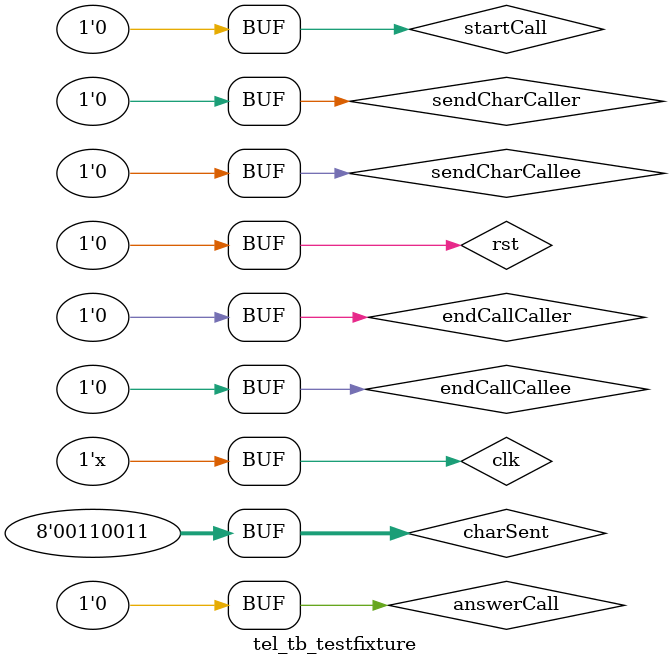
<source format=v>
`timescale 1ns / 1ps


module tel_tb_testfixture;

	// Inputs
	reg clk;
	reg rst;
	reg startCall;
	reg answerCall;
	reg endCallCaller;
	reg endCallCallee;
	reg sendCharCaller;
	reg sendCharCallee;
	reg [7:0] charSent;

	// Outputs
	wire [63:0] statusMsg;
	wire [63:0] sentMsg;

	// Instantiate the Unit Under Test (UUT)
	tell uut (
		.clk(clk), 
		.rst(rst), 
		.startCall(startCall), 
		.answerCall(answerCall), 
		.endCallCaller(endCallCaller), 
		.endCallCallee(endCallCallee), 
		.sendCharCaller(sendCharCaller), 
		.sendCharCallee(sendCharCallee), 
		.charSent(charSent), 
		.statusMsg(statusMsg), 
		.sentMsg(sentMsg)
	);

	// 100 MHz clock
always #5 clk = ~clk; 

initial begin
	// initialize every input to 0
	clk = 0;
	rst = 0;
	startCall = 0;
	answerCall = 0;
	endCallCaller = 0;
	endCallCallee = 0;
	sendCharCaller = 0;
	sendCharCallee = 0;
	charSent = " ";
	
	// Xilinx global reset time
	#100; 
	
	// reset your circuit
	rst=1; #20; rst=0; #20; rst=0;              // reset
	
	startCall=1; #10; startCall=0; #10;         // caller starts call
	#100;                                       // statusMsg displaying "RINGING " 
	                                            // no answer for 10 clock cycles (and go back to IDLE)
	#20;
	
	startCall=1; #10; startCall=0; #10;         // caller starts call
	#20;                                        // statusMsg displaying "RINGING " 
	endCallCaller=1; #10; endCallCaller=0; #10; // caller ends the call
	#20;                                        // statusMsg displaying "RINGING " 
	
	startCall=1; #10; startCall=0; #10;         // caller starts call
	#20;                                        // statusMsg displaying "RINGING " 
	endCallCallee=1; #10; endCallCallee=0; #10; // callee rejects the call
	#100;                                       // statusMsg displaying 'REJECTED' for 10 clock cycles
	#20;
	
	startCall=1; #10; startCall=0;              // caller starts call
	#20;                                        // statusMsg displaying "RINGING " 
	answerCall=1; #10; answerCall=0;            // callee answer call
	#20;                                         // statusMsg displaying "CALLER  " 
	
	sendCharCaller=1; charSent="T"; #10; sendCharCaller=0; #10; // caller sends "T", sentMsg displaying "       T", cost is 2 
	sendCharCaller=1; charSent="E"; #10; sendCharCaller=0; #10; // caller sends "E", sentMsg displaying "      TE", cost is 4 
	sendCharCaller=1; charSent="R"; #10; sendCharCaller=0; #10; // caller sends "R", sentMsg displaying "     TER", cost is 6 
	sendCharCaller=1; charSent="M"; #10; sendCharCaller=0; #10; // caller sends "M", sentMsg displaying "    TERM", cost is 8 
	sendCharCaller=1; charSent=" "; #10; sendCharCaller=0; #10; // caller sends " ", sentMsg displaying "   TERM ", cost is 10
	sendCharCaller=1; charSent= 12; #10; sendCharCaller=0; #10; // caller sends (invalid char), no change on sentMsg and cost
	sendCharCaller=1; charSent="P"; #10; sendCharCaller=0; #10; // caller sends "P", sentMsg displaying "  TERM P", cost is 12
	#10;
	#10;
	sendCharCaller=1; charSent="R"; #10; sendCharCaller=0; #10; // caller sends "R", sentMsg displaying " TERM PR", cost is 14
	sendCharCaller=1; charSent="O"; #10; sendCharCaller=0; #10; // caller sends "O", sentMsg displaying "TERM PR0", cost is 16
	sendCharCaller=1; charSent="J"; #10; sendCharCaller=0; #10; // caller sends "J", sentMsg displaying "ERM PR0J", cost is 18
	sendCharCaller=1; charSent="E"; #10; sendCharCaller=0; #10; // caller sends "E", sentMsg displaying "RM PR0JE", cost is 20
	sendCharCaller=1; charSent="C"; #10; sendCharCaller=0; #10; // caller sends "C", sentMsg displaying "M PR0JEC", cost is 22
	sendCharCaller=1; charSent="T"; #10; sendCharCaller=0; #10; // caller sends "T", sentMsg displaying " PROJECT", cost is 24
	#10;
	#10;
	sendCharCaller=1; charSent=127; #10; sendCharCaller=0; #10; // caller sends DEL to change turn, cost is 26
	#10;                                                        // statusMsg displaying "CALLEE  " 
	#10;
	sendCharCallee=1; charSent="C"; #10; sendCharCallee=0; #10; // callee sends "C", sentMsg displaying "       C", cost is 28 
	sendCharCallee=1; charSent="S"; #10; sendCharCallee=0; #10; // callee sends "S", sentMsg displaying "      CS", cost is 30 
	#10;
	sendCharCallee=1; charSent="3"; #10; sendCharCallee=0; #10; // callee sends "3", sentMsg displaying "     CS3", cost is 31
	sendCharCallee=1; charSent="0"; #10; sendCharCallee=0; #10; // callee sends "0", sentMsg displaying "    CS30", cost is 32
	sendCharCallee=1; charSent="3"; #10; sendCharCallee=0; #10; // callee sends "3", sentMsg displaying "   CS303", cost is 33
	#10;
	endCallCallee=1; #10; endCallCallee=0; // callee ends the call
	#50;	                               // statusMsg displaying "COST    ", sentMsg displaying "00000021"
	end
      
endmodule


</source>
